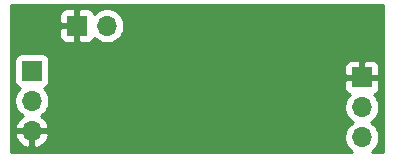
<source format=gbr>
G04 #@! TF.GenerationSoftware,KiCad,Pcbnew,5.1.5+dfsg1-2build2*
G04 #@! TF.CreationDate,2022-04-06T15:29:18-04:00*
G04 #@! TF.ProjectId,elpixel,656c7069-7865-46c2-9e6b-696361645f70,rev?*
G04 #@! TF.SameCoordinates,Original*
G04 #@! TF.FileFunction,Copper,L2,Bot*
G04 #@! TF.FilePolarity,Positive*
%FSLAX46Y46*%
G04 Gerber Fmt 4.6, Leading zero omitted, Abs format (unit mm)*
G04 Created by KiCad (PCBNEW 5.1.5+dfsg1-2build2) date 2022-04-06 15:29:18*
%MOMM*%
%LPD*%
G04 APERTURE LIST*
%ADD10O,1.700000X1.700000*%
%ADD11R,1.700000X1.700000*%
%ADD12C,0.800000*%
%ADD13C,0.254000*%
G04 APERTURE END LIST*
D10*
X137160000Y-104140000D03*
X137160000Y-101600000D03*
D11*
X137160000Y-99060000D03*
X140970000Y-95250000D03*
D10*
X143510000Y-95250000D03*
D11*
X165100000Y-99615001D03*
D10*
X165100000Y-102155001D03*
X165100000Y-104695001D03*
D12*
X142875000Y-103505000D03*
D13*
G36*
X166878000Y-105918000D02*
G01*
X165942582Y-105918000D01*
X166046632Y-105848476D01*
X166253475Y-105641633D01*
X166415990Y-105398412D01*
X166527932Y-105128159D01*
X166585000Y-104841261D01*
X166585000Y-104548741D01*
X166527932Y-104261843D01*
X166415990Y-103991590D01*
X166253475Y-103748369D01*
X166046632Y-103541526D01*
X165872240Y-103425001D01*
X166046632Y-103308476D01*
X166253475Y-103101633D01*
X166415990Y-102858412D01*
X166527932Y-102588159D01*
X166585000Y-102301261D01*
X166585000Y-102008741D01*
X166527932Y-101721843D01*
X166415990Y-101451590D01*
X166253475Y-101208369D01*
X166121620Y-101076514D01*
X166194180Y-101054503D01*
X166304494Y-100995538D01*
X166401185Y-100916186D01*
X166480537Y-100819495D01*
X166539502Y-100709181D01*
X166575812Y-100589483D01*
X166588072Y-100465001D01*
X166585000Y-99900751D01*
X166426250Y-99742001D01*
X165227000Y-99742001D01*
X165227000Y-99762001D01*
X164973000Y-99762001D01*
X164973000Y-99742001D01*
X163773750Y-99742001D01*
X163615000Y-99900751D01*
X163611928Y-100465001D01*
X163624188Y-100589483D01*
X163660498Y-100709181D01*
X163719463Y-100819495D01*
X163798815Y-100916186D01*
X163895506Y-100995538D01*
X164005820Y-101054503D01*
X164078380Y-101076514D01*
X163946525Y-101208369D01*
X163784010Y-101451590D01*
X163672068Y-101721843D01*
X163615000Y-102008741D01*
X163615000Y-102301261D01*
X163672068Y-102588159D01*
X163784010Y-102858412D01*
X163946525Y-103101633D01*
X164153368Y-103308476D01*
X164327760Y-103425001D01*
X164153368Y-103541526D01*
X163946525Y-103748369D01*
X163784010Y-103991590D01*
X163672068Y-104261843D01*
X163615000Y-104548741D01*
X163615000Y-104841261D01*
X163672068Y-105128159D01*
X163784010Y-105398412D01*
X163946525Y-105641633D01*
X164153368Y-105848476D01*
X164257418Y-105918000D01*
X135382000Y-105918000D01*
X135382000Y-104496890D01*
X135718524Y-104496890D01*
X135763175Y-104644099D01*
X135888359Y-104906920D01*
X136062412Y-105140269D01*
X136278645Y-105335178D01*
X136528748Y-105484157D01*
X136803109Y-105581481D01*
X137033000Y-105460814D01*
X137033000Y-104267000D01*
X137287000Y-104267000D01*
X137287000Y-105460814D01*
X137516891Y-105581481D01*
X137791252Y-105484157D01*
X138041355Y-105335178D01*
X138257588Y-105140269D01*
X138431641Y-104906920D01*
X138556825Y-104644099D01*
X138601476Y-104496890D01*
X138480155Y-104267000D01*
X137287000Y-104267000D01*
X137033000Y-104267000D01*
X135839845Y-104267000D01*
X135718524Y-104496890D01*
X135382000Y-104496890D01*
X135382000Y-98210000D01*
X135671928Y-98210000D01*
X135671928Y-99910000D01*
X135684188Y-100034482D01*
X135720498Y-100154180D01*
X135779463Y-100264494D01*
X135858815Y-100361185D01*
X135955506Y-100440537D01*
X136065820Y-100499502D01*
X136138380Y-100521513D01*
X136006525Y-100653368D01*
X135844010Y-100896589D01*
X135732068Y-101166842D01*
X135675000Y-101453740D01*
X135675000Y-101746260D01*
X135732068Y-102033158D01*
X135844010Y-102303411D01*
X136006525Y-102546632D01*
X136213368Y-102753475D01*
X136395534Y-102875195D01*
X136278645Y-102944822D01*
X136062412Y-103139731D01*
X135888359Y-103373080D01*
X135763175Y-103635901D01*
X135718524Y-103783110D01*
X135839845Y-104013000D01*
X137033000Y-104013000D01*
X137033000Y-103993000D01*
X137287000Y-103993000D01*
X137287000Y-104013000D01*
X138480155Y-104013000D01*
X138601476Y-103783110D01*
X138556825Y-103635901D01*
X138431641Y-103373080D01*
X138257588Y-103139731D01*
X138041355Y-102944822D01*
X137924466Y-102875195D01*
X138106632Y-102753475D01*
X138313475Y-102546632D01*
X138475990Y-102303411D01*
X138587932Y-102033158D01*
X138645000Y-101746260D01*
X138645000Y-101453740D01*
X138587932Y-101166842D01*
X138475990Y-100896589D01*
X138313475Y-100653368D01*
X138181620Y-100521513D01*
X138254180Y-100499502D01*
X138364494Y-100440537D01*
X138461185Y-100361185D01*
X138540537Y-100264494D01*
X138599502Y-100154180D01*
X138635812Y-100034482D01*
X138648072Y-99910000D01*
X138648072Y-98765001D01*
X163611928Y-98765001D01*
X163615000Y-99329251D01*
X163773750Y-99488001D01*
X164973000Y-99488001D01*
X164973000Y-98288751D01*
X165227000Y-98288751D01*
X165227000Y-99488001D01*
X166426250Y-99488001D01*
X166585000Y-99329251D01*
X166588072Y-98765001D01*
X166575812Y-98640519D01*
X166539502Y-98520821D01*
X166480537Y-98410507D01*
X166401185Y-98313816D01*
X166304494Y-98234464D01*
X166194180Y-98175499D01*
X166074482Y-98139189D01*
X165950000Y-98126929D01*
X165385750Y-98130001D01*
X165227000Y-98288751D01*
X164973000Y-98288751D01*
X164814250Y-98130001D01*
X164250000Y-98126929D01*
X164125518Y-98139189D01*
X164005820Y-98175499D01*
X163895506Y-98234464D01*
X163798815Y-98313816D01*
X163719463Y-98410507D01*
X163660498Y-98520821D01*
X163624188Y-98640519D01*
X163611928Y-98765001D01*
X138648072Y-98765001D01*
X138648072Y-98210000D01*
X138635812Y-98085518D01*
X138599502Y-97965820D01*
X138540537Y-97855506D01*
X138461185Y-97758815D01*
X138364494Y-97679463D01*
X138254180Y-97620498D01*
X138134482Y-97584188D01*
X138010000Y-97571928D01*
X136310000Y-97571928D01*
X136185518Y-97584188D01*
X136065820Y-97620498D01*
X135955506Y-97679463D01*
X135858815Y-97758815D01*
X135779463Y-97855506D01*
X135720498Y-97965820D01*
X135684188Y-98085518D01*
X135671928Y-98210000D01*
X135382000Y-98210000D01*
X135382000Y-96100000D01*
X139481928Y-96100000D01*
X139494188Y-96224482D01*
X139530498Y-96344180D01*
X139589463Y-96454494D01*
X139668815Y-96551185D01*
X139765506Y-96630537D01*
X139875820Y-96689502D01*
X139995518Y-96725812D01*
X140120000Y-96738072D01*
X140684250Y-96735000D01*
X140843000Y-96576250D01*
X140843000Y-95377000D01*
X139643750Y-95377000D01*
X139485000Y-95535750D01*
X139481928Y-96100000D01*
X135382000Y-96100000D01*
X135382000Y-94400000D01*
X139481928Y-94400000D01*
X139485000Y-94964250D01*
X139643750Y-95123000D01*
X140843000Y-95123000D01*
X140843000Y-93923750D01*
X141097000Y-93923750D01*
X141097000Y-95123000D01*
X141117000Y-95123000D01*
X141117000Y-95377000D01*
X141097000Y-95377000D01*
X141097000Y-96576250D01*
X141255750Y-96735000D01*
X141820000Y-96738072D01*
X141944482Y-96725812D01*
X142064180Y-96689502D01*
X142174494Y-96630537D01*
X142271185Y-96551185D01*
X142350537Y-96454494D01*
X142409502Y-96344180D01*
X142431513Y-96271620D01*
X142563368Y-96403475D01*
X142806589Y-96565990D01*
X143076842Y-96677932D01*
X143363740Y-96735000D01*
X143656260Y-96735000D01*
X143943158Y-96677932D01*
X144213411Y-96565990D01*
X144456632Y-96403475D01*
X144663475Y-96196632D01*
X144825990Y-95953411D01*
X144937932Y-95683158D01*
X144995000Y-95396260D01*
X144995000Y-95103740D01*
X144937932Y-94816842D01*
X144825990Y-94546589D01*
X144663475Y-94303368D01*
X144456632Y-94096525D01*
X144213411Y-93934010D01*
X143943158Y-93822068D01*
X143656260Y-93765000D01*
X143363740Y-93765000D01*
X143076842Y-93822068D01*
X142806589Y-93934010D01*
X142563368Y-94096525D01*
X142431513Y-94228380D01*
X142409502Y-94155820D01*
X142350537Y-94045506D01*
X142271185Y-93948815D01*
X142174494Y-93869463D01*
X142064180Y-93810498D01*
X141944482Y-93774188D01*
X141820000Y-93761928D01*
X141255750Y-93765000D01*
X141097000Y-93923750D01*
X140843000Y-93923750D01*
X140684250Y-93765000D01*
X140120000Y-93761928D01*
X139995518Y-93774188D01*
X139875820Y-93810498D01*
X139765506Y-93869463D01*
X139668815Y-93948815D01*
X139589463Y-94045506D01*
X139530498Y-94155820D01*
X139494188Y-94275518D01*
X139481928Y-94400000D01*
X135382000Y-94400000D01*
X135382000Y-93472000D01*
X166878000Y-93472000D01*
X166878000Y-105918000D01*
G37*
X166878000Y-105918000D02*
X165942582Y-105918000D01*
X166046632Y-105848476D01*
X166253475Y-105641633D01*
X166415990Y-105398412D01*
X166527932Y-105128159D01*
X166585000Y-104841261D01*
X166585000Y-104548741D01*
X166527932Y-104261843D01*
X166415990Y-103991590D01*
X166253475Y-103748369D01*
X166046632Y-103541526D01*
X165872240Y-103425001D01*
X166046632Y-103308476D01*
X166253475Y-103101633D01*
X166415990Y-102858412D01*
X166527932Y-102588159D01*
X166585000Y-102301261D01*
X166585000Y-102008741D01*
X166527932Y-101721843D01*
X166415990Y-101451590D01*
X166253475Y-101208369D01*
X166121620Y-101076514D01*
X166194180Y-101054503D01*
X166304494Y-100995538D01*
X166401185Y-100916186D01*
X166480537Y-100819495D01*
X166539502Y-100709181D01*
X166575812Y-100589483D01*
X166588072Y-100465001D01*
X166585000Y-99900751D01*
X166426250Y-99742001D01*
X165227000Y-99742001D01*
X165227000Y-99762001D01*
X164973000Y-99762001D01*
X164973000Y-99742001D01*
X163773750Y-99742001D01*
X163615000Y-99900751D01*
X163611928Y-100465001D01*
X163624188Y-100589483D01*
X163660498Y-100709181D01*
X163719463Y-100819495D01*
X163798815Y-100916186D01*
X163895506Y-100995538D01*
X164005820Y-101054503D01*
X164078380Y-101076514D01*
X163946525Y-101208369D01*
X163784010Y-101451590D01*
X163672068Y-101721843D01*
X163615000Y-102008741D01*
X163615000Y-102301261D01*
X163672068Y-102588159D01*
X163784010Y-102858412D01*
X163946525Y-103101633D01*
X164153368Y-103308476D01*
X164327760Y-103425001D01*
X164153368Y-103541526D01*
X163946525Y-103748369D01*
X163784010Y-103991590D01*
X163672068Y-104261843D01*
X163615000Y-104548741D01*
X163615000Y-104841261D01*
X163672068Y-105128159D01*
X163784010Y-105398412D01*
X163946525Y-105641633D01*
X164153368Y-105848476D01*
X164257418Y-105918000D01*
X135382000Y-105918000D01*
X135382000Y-104496890D01*
X135718524Y-104496890D01*
X135763175Y-104644099D01*
X135888359Y-104906920D01*
X136062412Y-105140269D01*
X136278645Y-105335178D01*
X136528748Y-105484157D01*
X136803109Y-105581481D01*
X137033000Y-105460814D01*
X137033000Y-104267000D01*
X137287000Y-104267000D01*
X137287000Y-105460814D01*
X137516891Y-105581481D01*
X137791252Y-105484157D01*
X138041355Y-105335178D01*
X138257588Y-105140269D01*
X138431641Y-104906920D01*
X138556825Y-104644099D01*
X138601476Y-104496890D01*
X138480155Y-104267000D01*
X137287000Y-104267000D01*
X137033000Y-104267000D01*
X135839845Y-104267000D01*
X135718524Y-104496890D01*
X135382000Y-104496890D01*
X135382000Y-98210000D01*
X135671928Y-98210000D01*
X135671928Y-99910000D01*
X135684188Y-100034482D01*
X135720498Y-100154180D01*
X135779463Y-100264494D01*
X135858815Y-100361185D01*
X135955506Y-100440537D01*
X136065820Y-100499502D01*
X136138380Y-100521513D01*
X136006525Y-100653368D01*
X135844010Y-100896589D01*
X135732068Y-101166842D01*
X135675000Y-101453740D01*
X135675000Y-101746260D01*
X135732068Y-102033158D01*
X135844010Y-102303411D01*
X136006525Y-102546632D01*
X136213368Y-102753475D01*
X136395534Y-102875195D01*
X136278645Y-102944822D01*
X136062412Y-103139731D01*
X135888359Y-103373080D01*
X135763175Y-103635901D01*
X135718524Y-103783110D01*
X135839845Y-104013000D01*
X137033000Y-104013000D01*
X137033000Y-103993000D01*
X137287000Y-103993000D01*
X137287000Y-104013000D01*
X138480155Y-104013000D01*
X138601476Y-103783110D01*
X138556825Y-103635901D01*
X138431641Y-103373080D01*
X138257588Y-103139731D01*
X138041355Y-102944822D01*
X137924466Y-102875195D01*
X138106632Y-102753475D01*
X138313475Y-102546632D01*
X138475990Y-102303411D01*
X138587932Y-102033158D01*
X138645000Y-101746260D01*
X138645000Y-101453740D01*
X138587932Y-101166842D01*
X138475990Y-100896589D01*
X138313475Y-100653368D01*
X138181620Y-100521513D01*
X138254180Y-100499502D01*
X138364494Y-100440537D01*
X138461185Y-100361185D01*
X138540537Y-100264494D01*
X138599502Y-100154180D01*
X138635812Y-100034482D01*
X138648072Y-99910000D01*
X138648072Y-98765001D01*
X163611928Y-98765001D01*
X163615000Y-99329251D01*
X163773750Y-99488001D01*
X164973000Y-99488001D01*
X164973000Y-98288751D01*
X165227000Y-98288751D01*
X165227000Y-99488001D01*
X166426250Y-99488001D01*
X166585000Y-99329251D01*
X166588072Y-98765001D01*
X166575812Y-98640519D01*
X166539502Y-98520821D01*
X166480537Y-98410507D01*
X166401185Y-98313816D01*
X166304494Y-98234464D01*
X166194180Y-98175499D01*
X166074482Y-98139189D01*
X165950000Y-98126929D01*
X165385750Y-98130001D01*
X165227000Y-98288751D01*
X164973000Y-98288751D01*
X164814250Y-98130001D01*
X164250000Y-98126929D01*
X164125518Y-98139189D01*
X164005820Y-98175499D01*
X163895506Y-98234464D01*
X163798815Y-98313816D01*
X163719463Y-98410507D01*
X163660498Y-98520821D01*
X163624188Y-98640519D01*
X163611928Y-98765001D01*
X138648072Y-98765001D01*
X138648072Y-98210000D01*
X138635812Y-98085518D01*
X138599502Y-97965820D01*
X138540537Y-97855506D01*
X138461185Y-97758815D01*
X138364494Y-97679463D01*
X138254180Y-97620498D01*
X138134482Y-97584188D01*
X138010000Y-97571928D01*
X136310000Y-97571928D01*
X136185518Y-97584188D01*
X136065820Y-97620498D01*
X135955506Y-97679463D01*
X135858815Y-97758815D01*
X135779463Y-97855506D01*
X135720498Y-97965820D01*
X135684188Y-98085518D01*
X135671928Y-98210000D01*
X135382000Y-98210000D01*
X135382000Y-96100000D01*
X139481928Y-96100000D01*
X139494188Y-96224482D01*
X139530498Y-96344180D01*
X139589463Y-96454494D01*
X139668815Y-96551185D01*
X139765506Y-96630537D01*
X139875820Y-96689502D01*
X139995518Y-96725812D01*
X140120000Y-96738072D01*
X140684250Y-96735000D01*
X140843000Y-96576250D01*
X140843000Y-95377000D01*
X139643750Y-95377000D01*
X139485000Y-95535750D01*
X139481928Y-96100000D01*
X135382000Y-96100000D01*
X135382000Y-94400000D01*
X139481928Y-94400000D01*
X139485000Y-94964250D01*
X139643750Y-95123000D01*
X140843000Y-95123000D01*
X140843000Y-93923750D01*
X141097000Y-93923750D01*
X141097000Y-95123000D01*
X141117000Y-95123000D01*
X141117000Y-95377000D01*
X141097000Y-95377000D01*
X141097000Y-96576250D01*
X141255750Y-96735000D01*
X141820000Y-96738072D01*
X141944482Y-96725812D01*
X142064180Y-96689502D01*
X142174494Y-96630537D01*
X142271185Y-96551185D01*
X142350537Y-96454494D01*
X142409502Y-96344180D01*
X142431513Y-96271620D01*
X142563368Y-96403475D01*
X142806589Y-96565990D01*
X143076842Y-96677932D01*
X143363740Y-96735000D01*
X143656260Y-96735000D01*
X143943158Y-96677932D01*
X144213411Y-96565990D01*
X144456632Y-96403475D01*
X144663475Y-96196632D01*
X144825990Y-95953411D01*
X144937932Y-95683158D01*
X144995000Y-95396260D01*
X144995000Y-95103740D01*
X144937932Y-94816842D01*
X144825990Y-94546589D01*
X144663475Y-94303368D01*
X144456632Y-94096525D01*
X144213411Y-93934010D01*
X143943158Y-93822068D01*
X143656260Y-93765000D01*
X143363740Y-93765000D01*
X143076842Y-93822068D01*
X142806589Y-93934010D01*
X142563368Y-94096525D01*
X142431513Y-94228380D01*
X142409502Y-94155820D01*
X142350537Y-94045506D01*
X142271185Y-93948815D01*
X142174494Y-93869463D01*
X142064180Y-93810498D01*
X141944482Y-93774188D01*
X141820000Y-93761928D01*
X141255750Y-93765000D01*
X141097000Y-93923750D01*
X140843000Y-93923750D01*
X140684250Y-93765000D01*
X140120000Y-93761928D01*
X139995518Y-93774188D01*
X139875820Y-93810498D01*
X139765506Y-93869463D01*
X139668815Y-93948815D01*
X139589463Y-94045506D01*
X139530498Y-94155820D01*
X139494188Y-94275518D01*
X139481928Y-94400000D01*
X135382000Y-94400000D01*
X135382000Y-93472000D01*
X166878000Y-93472000D01*
X166878000Y-105918000D01*
M02*

</source>
